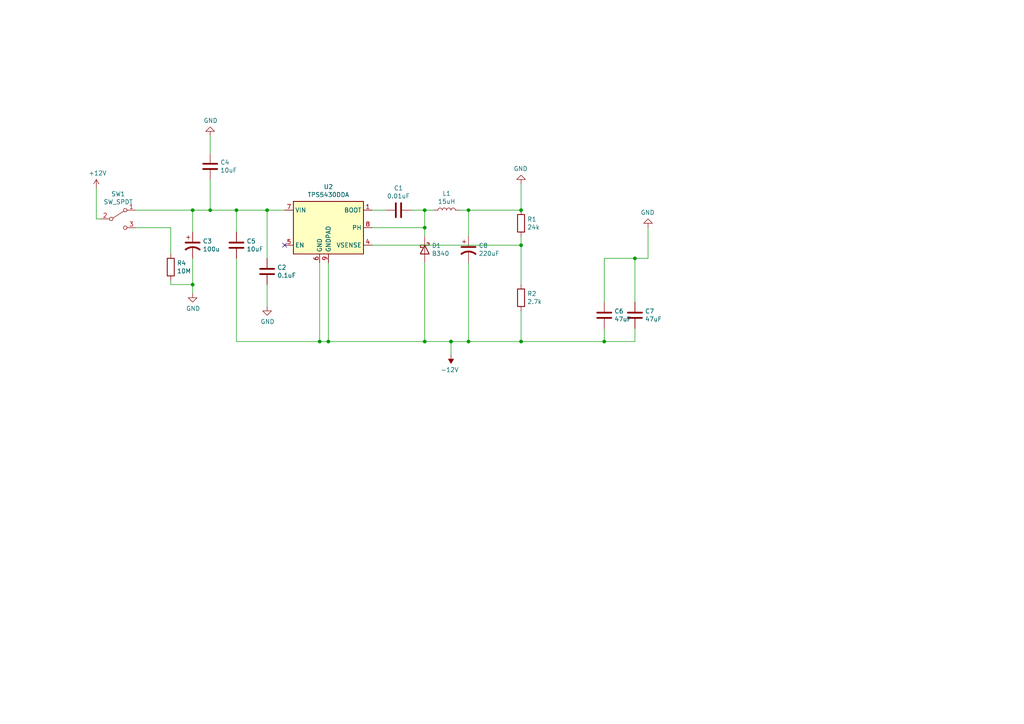
<source format=kicad_sch>
(kicad_sch (version 20230121) (generator eeschema)
  (paper "A4")
  (lib_symbols
    (symbol "Device:C" (pin_numbers hide) (pin_names (offset 0.254))
      (property "Reference" "C" (at 0.635 2.54 0))
      (property "Value" "C" (at 0.635 -2.54 0))
      (symbol "C_0_1"
        (polyline (pts (xy -2.032 -0.762) (xy 2.032 -0.762)) (stroke (width 0.508)))
        (polyline (pts (xy -2.032 0.762) (xy 2.032 0.762)) (stroke (width 0.508)))
      )
      (symbol "C_1_1"
        (pin passive line (at 0 3.81 270) (length 2.794) (name "~") (number "1"))
        (pin passive line (at 0 -3.81 90) (length 2.794) (name "~") (number "2"))
      )
    )
    (symbol "Device:L" (pin_numbers hide) (pin_names (offset 1.016) hide)
      (property "Reference" "L" (at -1.27 0 90))
      (property "Value" "L" (at 1.905 0 90))
      (symbol "L_0_1"
        (arc (start 0 -2.54) (mid 0.6323 -1.905) (end 0 -1.27))
        (arc (start 0 -1.27) (mid 0.6323 -0.635) (end 0 0))
        (arc (start 0 0) (mid 0.6323 0.635) (end 0 1.27))
        (arc (start 0 1.27) (mid 0.6323 1.905) (end 0 2.54))
      )
      (symbol "L_1_1"
        (pin passive line (at 0 3.81 270) (length 1.27) (name "1") (number "1"))
        (pin passive line (at 0 -3.81 90) (length 1.27) (name "2") (number "2"))
      )
    )
    (symbol "Device:R" (pin_numbers hide) (pin_names (offset 0))
      (property "Reference" "R" (at 2.032 0 90))
      (property "Value" "R" (at 0 0 90))
      (symbol "R_0_1"
        (rectangle (start -1.016 -2.54) (end 1.016 2.54) (stroke (width 0.254)))
      )
      (symbol "R_1_1"
        (pin passive line (at 0 3.81 270) (length 1.27) (name "~") (number "1"))
        (pin passive line (at 0 -3.81 90) (length 1.27) (name "~") (number "2"))
      )
    )
    (symbol "Diode:B340" (pin_numbers hide) (pin_names (offset 1.016) hide)
      (property "Reference" "D" (at 0 2.54 0))
      (property "Value" "B340" (at 0 -2.54 0))
      (symbol "B340_0_1"
        (polyline (pts (xy 1.27 0) (xy -1.27 0)))
        (polyline (pts (xy 1.27 1.27) (xy 1.27 -1.27) (xy -1.27 0) (xy 1.27 1.27)) (stroke (width 0.254)))
        (polyline (pts (xy -1.905 0.635) (xy -1.905 1.27) (xy -1.27 1.27) (xy -1.27 -1.27) (xy -0.635 -1.27) (xy -0.635 -0.635)) (stroke (width 0.254)))
      )
      (symbol "B340_1_1"
        (pin passive line (at -3.81 0 0) (length 2.54) (name "K") (number "1"))
        (pin passive line (at 3.81 0 180) (length 2.54) (name "A") (number "2"))
      )
    )
    (symbol "Regulator_Switching:TPS5430DDA"
      (property "Reference" "U" (at -10.16 8.89 0))
      (property "Value" "TPS5430DDA" (at -1.27 8.89 0))
      (symbol "TPS5430DDA_0_1"
        (rectangle (start -10.16 7.62) (end 10.16 -7.62) (stroke (width 0.254)) (fill (type background)))
      )
      (symbol "TPS5430DDA_1_1"
        (pin input line (at 12.7 5.08 180) (length 2.54) (name "BOOT") (number "1"))
        (pin no_connect line (at -10.16 2.54 0) (length 2.54) hide (name "NC") (number "2"))
        (pin no_connect line (at -10.16 -2.54 0) (length 2.54) hide (name "NC") (number "3"))
        (pin input line (at 12.7 -5.08 180) (length 2.54) (name "VSENSE") (number "4"))
        (pin input line (at -12.7 -5.08 0) (length 2.54) (name "EN") (number "5"))
        (pin power_in line (at -2.54 -10.16 90) (length 2.54) (name "GND") (number "6"))
        (pin power_in line (at -12.7 5.08 0) (length 2.54) (name "VIN") (number "7"))
        (pin output line (at 12.7 0 180) (length 2.54) (name "PH") (number "8"))
        (pin power_in line (at 0 -10.16 90) (length 2.54) (name "GNDPAD") (number "9"))
      )
    )
    (symbol "Switch:SW_SPDT" (pin_names (offset 0) hide)
      (property "Reference" "SW" (at 0 4.318 0))
      (property "Value" "SW_SPDT" (at 0 -5.08 0))
      (symbol "SW_SPDT_0_0"
        (circle (center -2.032 0) (radius 0.508))
        (circle (center 2.032 -2.54) (radius 0.508))
      )
      (symbol "SW_SPDT_0_1"
        (polyline (pts (xy -1.524 0.254) (xy 1.651 2.286)))
        (circle (center 2.032 2.54) (radius 0.508))
      )
      (symbol "SW_SPDT_1_1"
        (pin passive line (at 5.08 2.54 180) (length 2.54) (name "A") (number "1"))
        (pin passive line (at -5.08 0 0) (length 2.54) (name "B") (number "2"))
        (pin passive line (at 5.08 -2.54 180) (length 2.54) (name "C") (number "3"))
      )
    )
    (symbol "power:+12V" (power) (pin_names (offset 0))
      (property "Value" "+12V" (at 0 3.556 0))
      (symbol "+12V_0_1"
        (polyline (pts (xy -0.762 1.27) (xy 0 2.54)))
        (polyline (pts (xy 0 0) (xy 0 2.54)))
        (polyline (pts (xy 0 2.54) (xy 0.762 1.27)))
      )
      (symbol "+12V_1_1"
        (pin power_in line (at 0 0 90) (length 0) hide (name "+12V") (number "1"))
      )
    )
    (symbol "power:-12V" (power) (pin_names (offset 0))
      (property "Value" "-12V" (at 0 3.81 0))
      (symbol "-12V_0_0"
        (pin power_in line (at 0 0 90) (length 0) hide (name "-12V") (number "1"))
      )
      (symbol "-12V_0_1"
        (polyline (pts (xy 0 0) (xy 0 1.27) (xy 0.762 1.27) (xy 0 2.54) (xy -0.762 1.27) (xy 0 1.27)) (fill (type outline)))
      )
    )
    (symbol "power:GND" (power) (pin_names (offset 0))
      (property "Value" "GND" (at 0 -3.81 0))
      (symbol "GND_0_1"
        (polyline (pts (xy 0 0) (xy 0 -1.27) (xy 1.27 -1.27) (xy 0 -2.54) (xy -1.27 -1.27) (xy 0 -1.27)))
      )
      (symbol "GND_1_1"
        (pin power_in line (at 0 0 270) (length 0) hide (name "GND") (number "1"))
      )
    )
    (symbol "tps61088-rescue:CP1-Device" (pin_numbers hide) (pin_names (offset 0.254) hide)
      (property "Reference" "C" (at 0.635 2.54 0))
      (property "Value" "CP1-Device" (at 0.635 -2.54 0))
      (symbol "CP1-Device_0_1"
        (polyline (pts (xy -2.032 0.762) (xy 2.032 0.762)) (stroke (width 0.508)))
        (polyline (pts (xy -1.778 2.286) (xy -0.762 2.286)))
        (polyline (pts (xy -1.27 1.778) (xy -1.27 2.794)))
        (arc (start 2.032 -1.27) (mid 0 -0.5572) (end -2.032 -1.27) (stroke (width 0.508)))
      )
      (symbol "CP1-Device_1_1"
        (pin passive line (at 0 3.81 270) (length 2.794) (name "~") (number "1"))
        (pin passive line (at 0 -3.81 90) (length 3.302) (name "~") (number "2"))
      )
    )
  )
  (junction (at 123.19 60.96))
  (junction (at 123.19 66.04))
  (junction (at 60.96 60.96))
  (junction (at 151.13 99.06))
  (junction (at 184.15 74.93))
  (junction (at 135.89 60.96))
  (junction (at 55.88 82.55))
  (junction (at 92.71 99.06))
  (junction (at 130.81 99.06))
  (junction (at 175.26 99.06))
  (junction (at 151.13 60.96))
  (junction (at 95.25 99.06))
  (junction (at 77.47 60.96))
  (junction (at 55.88 60.96))
  (junction (at 68.58 60.96))
  (junction (at 123.19 99.06))
  (junction (at 135.89 99.06))
  (junction (at 151.13 71.12))
  (no_connect (at 82.55 71.12))
  (wire (pts (xy 151.13 53.34) (xy 151.13 60.96)))
  (wire (pts (xy 111.76 60.96) (xy 107.95 60.96)))
  (wire (pts (xy 27.94 63.5) (xy 29.21 63.5)))
  (wire (pts (xy 107.95 71.12) (xy 151.13 71.12)))
  (wire (pts (xy 151.13 99.06) (xy 175.26 99.06)))
  (wire (pts (xy 175.26 87.63) (xy 175.26 74.93)))
  (wire (pts (xy 151.13 99.06) (xy 135.89 99.06)))
  (wire (pts (xy 49.53 81.28) (xy 49.53 82.55)))
  (wire (pts (xy 135.89 68.58) (xy 135.89 60.96)))
  (wire (pts (xy 60.96 60.96) (xy 68.58 60.96)))
  (wire (pts (xy 55.88 60.96) (xy 55.88 67.31)))
  (wire (pts (xy 151.13 71.12) (xy 151.13 82.55)))
  (wire (pts (xy 68.58 60.96) (xy 68.58 67.31)))
  (wire (pts (xy 175.26 99.06) (xy 184.15 99.06)))
  (wire (pts (xy 60.96 39.37) (xy 60.96 44.45)))
  (wire (pts (xy 119.38 60.96) (xy 123.19 60.96)))
  (wire (pts (xy 151.13 60.96) (xy 135.89 60.96)))
  (wire (pts (xy 184.15 74.93) (xy 187.96 74.93)))
  (wire (pts (xy 95.25 99.06) (xy 123.19 99.06)))
  (wire (pts (xy 68.58 60.96) (xy 77.47 60.96)))
  (wire (pts (xy 49.53 66.04) (xy 39.37 66.04)))
  (wire (pts (xy 151.13 90.17) (xy 151.13 99.06)))
  (wire (pts (xy 49.53 66.04) (xy 49.53 73.66)))
  (wire (pts (xy 123.19 99.06) (xy 130.81 99.06)))
  (wire (pts (xy 130.81 102.87) (xy 130.81 99.06)))
  (wire (pts (xy 151.13 68.58) (xy 151.13 71.12)))
  (wire (pts (xy 92.71 99.06) (xy 95.25 99.06)))
  (wire (pts (xy 135.89 76.2) (xy 135.89 99.06)))
  (wire (pts (xy 135.89 60.96) (xy 133.35 60.96)))
  (wire (pts (xy 184.15 87.63) (xy 184.15 74.93)))
  (wire (pts (xy 55.88 82.55) (xy 55.88 85.09)))
  (wire (pts (xy 49.53 82.55) (xy 55.88 82.55)))
  (wire (pts (xy 27.94 54.61) (xy 27.94 63.5)))
  (wire (pts (xy 123.19 68.58) (xy 123.19 66.04)))
  (wire (pts (xy 77.47 88.9) (xy 77.47 82.55)))
  (wire (pts (xy 60.96 52.07) (xy 60.96 60.96)))
  (wire (pts (xy 77.47 60.96) (xy 77.47 74.93)))
  (wire (pts (xy 107.95 66.04) (xy 123.19 66.04)))
  (wire (pts (xy 95.25 76.2) (xy 95.25 99.06)))
  (wire (pts (xy 39.37 60.96) (xy 55.88 60.96)))
  (wire (pts (xy 123.19 66.04) (xy 123.19 60.96)))
  (wire (pts (xy 68.58 74.93) (xy 68.58 99.06)))
  (wire (pts (xy 187.96 74.93) (xy 187.96 66.04)))
  (wire (pts (xy 123.19 60.96) (xy 125.73 60.96)))
  (wire (pts (xy 123.19 76.2) (xy 123.19 99.06)))
  (wire (pts (xy 92.71 76.2) (xy 92.71 99.06)))
  (wire (pts (xy 175.26 95.25) (xy 175.26 99.06)))
  (wire (pts (xy 77.47 60.96) (xy 82.55 60.96)))
  (wire (pts (xy 55.88 74.93) (xy 55.88 82.55)))
  (wire (pts (xy 68.58 99.06) (xy 92.71 99.06)))
  (wire (pts (xy 175.26 74.93) (xy 184.15 74.93)))
  (wire (pts (xy 184.15 95.25) (xy 184.15 99.06)))
  (wire (pts (xy 135.89 99.06) (xy 130.81 99.06)))
  (wire (pts (xy 55.88 60.96) (xy 60.96 60.96)))
  (symbol (lib_id "Device:C") (at 77.47 78.74 0) (unit 1)
    (property "Reference" "C2" (at 80.391 77.5716 0) (effects (justify left)))
    (property "Value" "0.1uF" (at 80.391 79.883 0) (effects (justify left)))
    (property "Footprint" "Capacitor_SMD:C_0402_1005Metric" (effects hide))
  )
  (symbol (lib_id "Device:C") (at 60.96 48.26 0) (unit 1)
    (property "Reference" "C4" (at 63.881 47.0916 0) (effects (justify left)))
    (property "Value" "10uF" (at 63.881 49.403 0) (effects (justify left)))
    (property "Footprint" "Capacitor_SMD:C_0603_1608Metric" (effects hide))
  )
  (symbol (lib_id "Device:L") (at 129.54 60.96 90) (unit 1)
    (property "Reference" "L1" (at 129.54 56.134 90))
    (property "Value" "15uH" (at 129.54 58.4454 90))
    (property "Footprint" "Inductor_SMD:L_7.3x7.3_H3.5" (effects hide))
  )
  (symbol (lib_id "power:+12V") (at 27.94 54.61 0) (unit 1)
    (property "Reference" "#PWR01" (effects hide))
    (property "Value" "+12V" (at 28.321 50.2158 0))
  )
  (symbol (lib_id "power:GND") (at 55.88 85.09 0) (unit 1)
    (property "Reference" "#PWR02" (effects hide))
    (property "Value" "GND" (at 56.007 89.4842 0))
  )
  (symbol (lib_id "power:GND") (at 60.96 39.37 0) (mirror x) (unit 1)
    (property "Reference" "#PWR03" (effects hide))
    (property "Value" "GND" (at 61.087 34.9758 0))
  )
  (symbol (lib_id "power:GND") (at 77.47 88.9 0) (unit 1)
    (property "Reference" "#PWR04" (effects hide))
    (property "Value" "GND" (at 77.597 93.2942 0))
  )
  (symbol (lib_id "power:GND") (at 151.13 53.34 180) (unit 1)
    (property "Reference" "#PWR06" (effects hide))
    (property "Value" "GND" (at 151.003 48.9458 0))
  )
  (symbol (lib_id "power:-12V") (at 130.81 102.87 180) (unit 1)
    (property "Reference" "#PWR05" (effects hide))
    (property "Value" "-12V" (at 130.429 107.2642 0))
  )
  (symbol (lib_id "Regulator_Switching:TPS5430DDA") (at 95.25 66.04 0) (unit 1)
    (property "Reference" "U2" (at 95.25 54.1782 0))
    (property "Value" "TPS5430DDA" (at 95.25 56.4896 0))
    (property "Footprint" "Package_SO:TI_SO-PowerPAD-8_ThermalVias" (effects hide))
    (property "Datasheet" "http://www.ti.com/lit/ds/symlink/tps5430.pdf" (effects hide))
  )
  (symbol (lib_id "tps61088-rescue:CP1-Device") (at 55.88 71.12 0) (unit 1)
    (property "Reference" "C3" (at 58.801 69.9516 0) (effects (justify left)))
    (property "Value" "100u" (at 58.801 72.263 0) (effects (justify left)))
    (property "Footprint" "Capacitor_THT:CP_Radial_D5.0mm_P2.00mm" (effects hide))
  )
  (symbol (lib_id "tps61088-rescue:CP1-Device") (at 135.89 72.39 0) (unit 1)
    (property "Reference" "C8" (at 138.811 71.2216 0) (effects (justify left)))
    (property "Value" "220uF" (at 138.811 73.533 0) (effects (justify left)))
    (property "Footprint" "Capacitor_THT:CP_Radial_D6.3mm_P2.50mm" (effects hide))
  )
  (symbol (lib_id "Device:C") (at 68.58 71.12 0) (unit 1)
    (property "Reference" "C5" (at 71.501 69.9516 0) (effects (justify left)))
    (property "Value" "10uF" (at 71.501 72.263 0) (effects (justify left)))
    (property "Footprint" "Capacitor_SMD:C_0603_1608Metric" (effects hide))
  )
  (symbol (lib_id "Device:C") (at 175.26 91.44 0) (unit 1)
    (property "Reference" "C6" (at 178.181 90.2716 0) (effects (justify left)))
    (property "Value" "47uF" (at 178.181 92.583 0) (effects (justify left)))
    (property "Footprint" "Capacitor_SMD:C_1206_3216Metric" (effects hide))
  )
  (symbol (lib_id "Device:C") (at 184.15 91.44 0) (unit 1)
    (property "Reference" "C7" (at 187.071 90.2716 0) (effects (justify left)))
    (property "Value" "47uF" (at 187.071 92.583 0) (effects (justify left)))
    (property "Footprint" "Capacitor_SMD:C_1206_3216Metric" (effects hide))
  )
  (symbol (lib_id "Device:C") (at 115.57 60.96 90) (unit 1)
    (property "Reference" "C1" (at 115.57 54.5592 90))
    (property "Value" "0.01uF" (at 115.57 56.8706 90))
    (property "Footprint" "Capacitor_SMD:C_0402_1005Metric" (effects hide))
  )
  (symbol (lib_id "Diode:B340") (at 123.19 72.39 270) (unit 1)
    (property "Reference" "D1" (at 125.222 71.2216 90) (effects (justify left)))
    (property "Value" "B340" (at 125.222 73.533 90) (effects (justify left)))
    (property "Footprint" "Diode_SMD:D_SMA" (effects hide))
    (property "Datasheet" "http://www.jameco.com/Jameco/Products/ProdDS/1538777.pdf" (effects hide))
  )
  (symbol (lib_id "Device:R") (at 151.13 64.77 0) (unit 1)
    (property "Reference" "R1" (at 152.908 63.6016 0) (effects (justify left)))
    (property "Value" "24k" (at 152.908 65.913 0) (effects (justify left)))
    (property "Footprint" "Resistor_SMD:R_0402_1005Metric" (effects hide))
  )
  (symbol (lib_id "Device:R") (at 151.13 86.36 0) (unit 1)
    (property "Reference" "R2" (at 152.908 85.1916 0) (effects (justify left)))
    (property "Value" "2.7k" (at 152.908 87.503 0) (effects (justify left)))
    (property "Footprint" "Resistor_SMD:R_0603_1608Metric" (effects hide))
  )
  (symbol (lib_id "power:GND") (at 187.96 66.04 180) (unit 1)
    (property "Reference" "#PWR07" (effects hide))
    (property "Value" "GND" (at 187.833 61.6458 0))
  )
  (symbol (lib_id "Device:R") (at 49.53 77.47 0) (unit 1)
    (property "Reference" "R4" (at 51.308 76.3016 0) (effects (justify left)))
    (property "Value" "10M" (at 51.308 78.613 0) (effects (justify left)))
    (property "Footprint" "Resistor_SMD:R_0402_1005Metric" (effects hide))
  )
  (symbol (lib_id "Switch:SW_SPDT") (at 34.29 63.5 0) (unit 1)
    (property "Reference" "SW1" (at 34.29 56.261 0))
    (property "Value" "SW_SPDT" (at 34.29 58.5724 0))
    (property "Footprint" "Button_Switch_THT:SW_Slide_1P2T_CK_OS102011MS2Q" (effects hide))
  )
)
</source>
